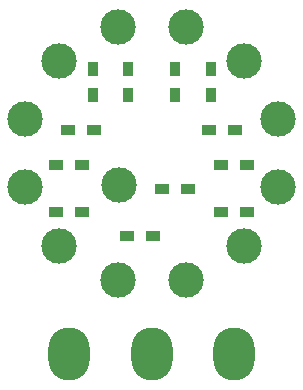
<source format=gbr>
%TF.GenerationSoftware,KiCad,Pcbnew,5.1.10*%
%TF.CreationDate,2022-02-27T11:26:43-05:00*%
%TF.ProjectId,selector_switch,73656c65-6374-46f7-925f-737769746368,rev?*%
%TF.SameCoordinates,Original*%
%TF.FileFunction,Soldermask,Bot*%
%TF.FilePolarity,Negative*%
%FSLAX46Y46*%
G04 Gerber Fmt 4.6, Leading zero omitted, Abs format (unit mm)*
G04 Created by KiCad (PCBNEW 5.1.10) date 2022-02-27 11:26:43*
%MOMM*%
%LPD*%
G01*
G04 APERTURE LIST*
%ADD10C,3.000000*%
%ADD11O,3.500000X4.500000*%
%ADD12R,1.200000X0.900000*%
%ADD13R,0.900000X1.200000*%
G04 APERTURE END LIST*
D10*
%TO.C,SW1*%
X144278000Y-71873000D03*
X147151000Y-76849000D03*
X152127000Y-79722000D03*
X152127000Y-58278000D03*
X147151000Y-61151000D03*
X144278000Y-66127000D03*
X165722000Y-66127000D03*
X162849000Y-61151000D03*
X157873000Y-58278000D03*
X165722000Y-71873000D03*
X162849000Y-76849000D03*
X157873000Y-79722000D03*
X152277500Y-71722500D03*
%TD*%
D11*
%TO.C,J1*%
X162000000Y-86000000D03*
X155000000Y-86000000D03*
X148000000Y-86000000D03*
%TD*%
D12*
%TO.C,R12*%
X155100000Y-76000000D03*
X152900000Y-76000000D03*
%TD*%
%TO.C,R11*%
X163100000Y-74000000D03*
X160900000Y-74000000D03*
%TD*%
%TO.C,R10*%
X163100000Y-70000000D03*
X160900000Y-70000000D03*
%TD*%
%TO.C,R9*%
X162100000Y-67000000D03*
X159900000Y-67000000D03*
%TD*%
D13*
%TO.C,R8*%
X160000000Y-61900000D03*
X160000000Y-64100000D03*
%TD*%
%TO.C,R7*%
X157000000Y-61900000D03*
X157000000Y-64100000D03*
%TD*%
%TO.C,R6*%
X153000000Y-61900000D03*
X153000000Y-64100000D03*
%TD*%
%TO.C,R5*%
X150000000Y-61900000D03*
X150000000Y-64100000D03*
%TD*%
D12*
%TO.C,R4*%
X147900000Y-67000000D03*
X150100000Y-67000000D03*
%TD*%
%TO.C,R3*%
X146900000Y-70000000D03*
X149100000Y-70000000D03*
%TD*%
%TO.C,R2*%
X146900000Y-74000000D03*
X149100000Y-74000000D03*
%TD*%
%TO.C,R1*%
X155900000Y-72000000D03*
X158100000Y-72000000D03*
%TD*%
M02*

</source>
